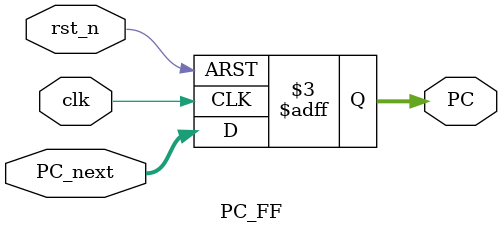
<source format=v>
module PC_FF (
    input [31:0] PC_next,
    input rst_n,clk,
    output reg [31:0] PC
);

always @(posedge clk ,negedge rst_n) begin
    if(!rst_n)
    PC <= 0;
    else
    PC<=PC_next;
end
    
endmodule
</source>
